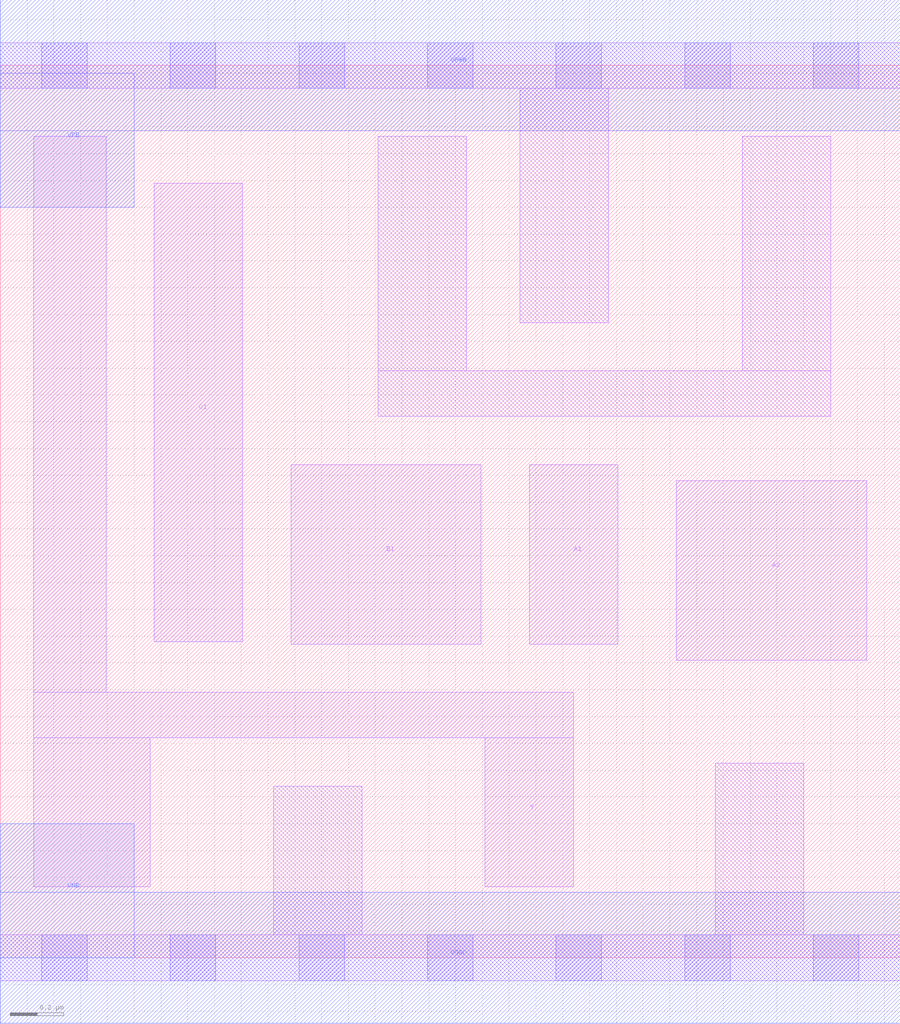
<source format=lef>
# Copyright 2020 The SkyWater PDK Authors
#
# Licensed under the Apache License, Version 2.0 (the "License");
# you may not use this file except in compliance with the License.
# You may obtain a copy of the License at
#
#     https://www.apache.org/licenses/LICENSE-2.0
#
# Unless required by applicable law or agreed to in writing, software
# distributed under the License is distributed on an "AS IS" BASIS,
# WITHOUT WARRANTIES OR CONDITIONS OF ANY KIND, either express or implied.
# See the License for the specific language governing permissions and
# limitations under the License.
#
# SPDX-License-Identifier: Apache-2.0

VERSION 5.5 ;
NAMESCASESENSITIVE ON ;
BUSBITCHARS "[]" ;
DIVIDERCHAR "/" ;
MACRO sky130_fd_sc_lp__a211oi_lp
  CLASS CORE ;
  SOURCE USER ;
  ORIGIN  0.000000  0.000000 ;
  SIZE  3.360000 BY  3.330000 ;
  SYMMETRY X Y R90 ;
  SITE unit ;
  PIN A1
    ANTENNAGATEAREA  0.313000 ;
    DIRECTION INPUT ;
    USE SIGNAL ;
    PORT
      LAYER li1 ;
        RECT 1.975000 1.170000 2.305000 1.840000 ;
    END
  END A1
  PIN A2
    ANTENNAGATEAREA  0.313000 ;
    DIRECTION INPUT ;
    USE SIGNAL ;
    PORT
      LAYER li1 ;
        RECT 2.525000 1.110000 3.235000 1.780000 ;
    END
  END A2
  PIN B1
    ANTENNAGATEAREA  0.376000 ;
    DIRECTION INPUT ;
    USE SIGNAL ;
    PORT
      LAYER li1 ;
        RECT 1.085000 1.170000 1.795000 1.840000 ;
    END
  END B1
  PIN C1
    ANTENNAGATEAREA  0.376000 ;
    DIRECTION INPUT ;
    USE SIGNAL ;
    PORT
      LAYER li1 ;
        RECT 0.575000 1.180000 0.905000 2.890000 ;
    END
  END C1
  PIN Y
    ANTENNADIFFAREA  0.727300 ;
    DIRECTION OUTPUT ;
    USE SIGNAL ;
    PORT
      LAYER li1 ;
        RECT 0.125000 0.265000 0.560000 0.820000 ;
        RECT 0.125000 0.820000 2.140000 0.990000 ;
        RECT 0.125000 0.990000 0.395000 3.065000 ;
        RECT 1.810000 0.265000 2.140000 0.820000 ;
    END
  END Y
  PIN VGND
    DIRECTION INOUT ;
    USE GROUND ;
    PORT
      LAYER met1 ;
        RECT 0.000000 -0.245000 3.360000 0.245000 ;
    END
  END VGND
  PIN VNB
    DIRECTION INOUT ;
    USE GROUND ;
    PORT
    END
  END VNB
  PIN VPB
    DIRECTION INOUT ;
    USE POWER ;
    PORT
    END
  END VPB
  PIN VNB
    DIRECTION INOUT ;
    USE GROUND ;
    PORT
      LAYER met1 ;
        RECT 0.000000 0.000000 0.500000 0.500000 ;
    END
  END VNB
  PIN VPB
    DIRECTION INOUT ;
    USE POWER ;
    PORT
      LAYER met1 ;
        RECT 0.000000 2.800000 0.500000 3.300000 ;
    END
  END VPB
  PIN VPWR
    DIRECTION INOUT ;
    USE POWER ;
    PORT
      LAYER met1 ;
        RECT 0.000000 3.085000 3.360000 3.575000 ;
    END
  END VPWR
  OBS
    LAYER li1 ;
      RECT 0.000000 -0.085000 3.360000 0.085000 ;
      RECT 0.000000  3.245000 3.360000 3.415000 ;
      RECT 1.020000  0.085000 1.350000 0.640000 ;
      RECT 1.410000  2.020000 3.100000 2.190000 ;
      RECT 1.410000  2.190000 1.740000 3.065000 ;
      RECT 1.940000  2.370000 2.270000 3.245000 ;
      RECT 2.670000  0.085000 3.000000 0.725000 ;
      RECT 2.770000  2.190000 3.100000 3.065000 ;
    LAYER mcon ;
      RECT 0.155000 -0.085000 0.325000 0.085000 ;
      RECT 0.155000  3.245000 0.325000 3.415000 ;
      RECT 0.635000 -0.085000 0.805000 0.085000 ;
      RECT 0.635000  3.245000 0.805000 3.415000 ;
      RECT 1.115000 -0.085000 1.285000 0.085000 ;
      RECT 1.115000  3.245000 1.285000 3.415000 ;
      RECT 1.595000 -0.085000 1.765000 0.085000 ;
      RECT 1.595000  3.245000 1.765000 3.415000 ;
      RECT 2.075000 -0.085000 2.245000 0.085000 ;
      RECT 2.075000  3.245000 2.245000 3.415000 ;
      RECT 2.555000 -0.085000 2.725000 0.085000 ;
      RECT 2.555000  3.245000 2.725000 3.415000 ;
      RECT 3.035000 -0.085000 3.205000 0.085000 ;
      RECT 3.035000  3.245000 3.205000 3.415000 ;
  END
END sky130_fd_sc_lp__a211oi_lp
END LIBRARY

</source>
